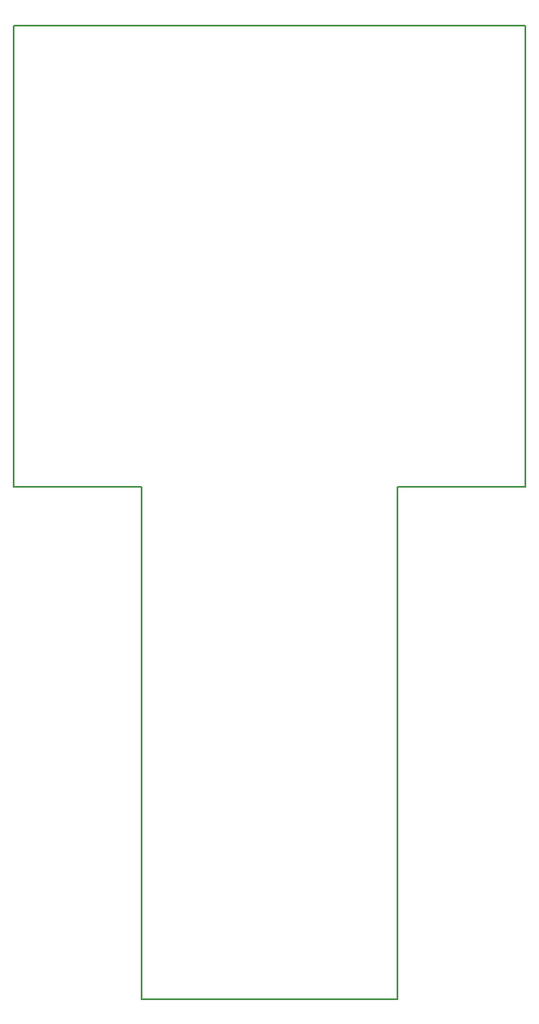
<source format=gm1>
G04 #@! TF.GenerationSoftware,KiCad,Pcbnew,5.1.6-c6e7f7d~86~ubuntu16.04.1*
G04 #@! TF.CreationDate,2020-06-21T22:44:54+09:00*
G04 #@! TF.ProjectId,Akashi-05,416b6173-6869-42d3-9035-2e6b69636164,rev?*
G04 #@! TF.SameCoordinates,Original*
G04 #@! TF.FileFunction,Profile,NP*
%FSLAX46Y46*%
G04 Gerber Fmt 4.6, Leading zero omitted, Abs format (unit mm)*
G04 Created by KiCad (PCBNEW 5.1.6-c6e7f7d~86~ubuntu16.04.1) date 2020-06-21 22:44:54*
%MOMM*%
%LPD*%
G01*
G04 APERTURE LIST*
G04 #@! TA.AperFunction,Profile*
%ADD10C,0.150000*%
G04 #@! TD*
G04 APERTURE END LIST*
D10*
X119380000Y-53340000D02*
X119380000Y-73660000D01*
X170180000Y-53340000D02*
X119380000Y-53340000D01*
X170180000Y-73660000D02*
X170180000Y-53340000D01*
X132080000Y-99060000D02*
X132080000Y-149860000D01*
X119380000Y-99060000D02*
X132080000Y-99060000D01*
X119380000Y-73660000D02*
X119380000Y-99060000D01*
X170180000Y-99060000D02*
X170180000Y-73660000D01*
X157480000Y-99060000D02*
X170180000Y-99060000D01*
X157480000Y-149860000D02*
X157480000Y-99060000D01*
X132080000Y-149860000D02*
X157480000Y-149860000D01*
M02*

</source>
